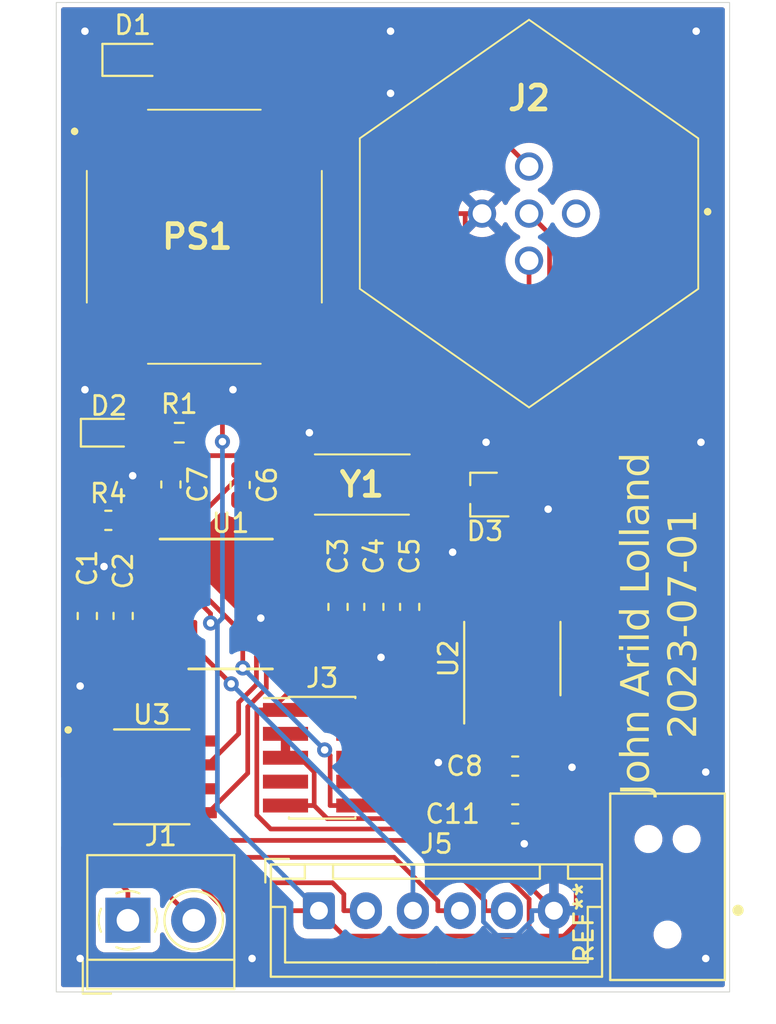
<source format=kicad_pcb>
(kicad_pcb (version 20221018) (generator pcbnew)
  (layers (0 "F.Cu" signal) (31 "B.Cu" signal) (34 "B.Paste" user) (35 "F.Paste" user) (36 "B.SilkS" user "B.Silkscreen") (37 "F.SilkS" user "F.Silkscreen") (38 "B.Mask" user) (39 "F.Mask" user) (44 "Edge.Cuts" user))
  (net 0 "")
  (net 1 "+3V3")
  (net 2 "GNDREF")
  (net 3 "Net-(U1-PF0)")
  (net 4 "Net-(U1-PF1)")
  (net 5 "Net-(D1-K)")
  (net 6 "/POWER_IN")
  (net 7 "Net-(D2-A)")
  (net 8 "Net-(U2-CANL)")
  (net 9 "/SPI_SCK")
  (net 10 "/SPI_MOSI")
  (net 11 "/SPI_MISO")
  (net 12 "/SPI_NSS")
  (net 13 "Net-(U2-CANH)")
  (net 14 "/MCU_IO0")
  (net 15 "Net-(J1-Pin_1)")
  (net 16 "Net-(J1-Pin_2)")
  (net 17 "/SWCLK")
  (net 19 "/SWDIO")
  (net 21 "/~{RESET}")
  (net 23 "/CAN_RXD")
  (net 24 "/CAN_TXD")
  (net 26 "/PA0")
  (net 27 "/PA1")
  (net 28 "/PA2")
  (net 29 "/PA3")
  (net 31 "Net-(U1-PB8)")
  (footprint "Capacitor_SMD:C_0603_1608Metric" (layer "F.Cu") (at 16.891 84.16 90)
    (fp_text reference "C1" (at 2.54 0 90) (layer "F.SilkS"))
    (fp_text value "10nF")
    (pad "1" smd roundrect (at -0.7875 0 90) (size 0.875 0.95) (layers "F.Cu" "F.Paste" "F.Mask") (net 2 "GNDREF"))
    (pad "2" smd roundrect (at 0.7875 0 90) (size 0.875 0.95) (layers "F.Cu" "F.Paste" "F.Mask") (net 1 "+3V3"))
  )
  (footprint "Capacitor_SMD:C_0603_1608Metric" (layer "F.Cu") (at 18.796 84.16 90)
    (fp_text reference "C2" (at 2.3875 0 90) (layer "F.SilkS"))
    (fp_text value "1uF")
    (pad "1" smd roundrect (at -0.7875 0 90) (size 0.875 0.95) (layers "F.Cu" "F.Paste" "F.Mask") (net 2 "GNDREF"))
    (pad "2" smd roundrect (at 0.7875 0 90) (size 0.875 0.95) (layers "F.Cu" "F.Paste" "F.Mask") (net 1 "+3V3"))
  )
  (footprint "Capacitor_SMD:C_0603_1608Metric" (layer "F.Cu") (at 30.226 83.6775 90)
    (fp_text reference "C3" (at 2.6925 0 90) (layer "F.SilkS"))
    (fp_text value "4.7uF")
    (pad "1" smd roundrect (at -0.7875 0 90) (size 0.875 0.95) (layers "F.Cu" "F.Paste" "F.Mask") (net 2 "GNDREF"))
    (pad "2" smd roundrect (at 0.7875 0 90) (size 0.875 0.95) (layers "F.Cu" "F.Paste" "F.Mask") (net 1 "+3V3"))
  )
  (footprint "Capacitor_SMD:C_0603_1608Metric" (layer "F.Cu") (at 32.131 83.6775 90)
    (fp_text reference "C4" (at 2.6925 0 90) (layer "F.SilkS"))
    (fp_text value "100nF")
    (pad "1" smd roundrect (at -0.7875 0 90) (size 0.875 0.95) (layers "F.Cu" "F.Paste" "F.Mask") (net 2 "GNDREF"))
    (pad "2" smd roundrect (at 0.7875 0 90) (size 0.875 0.95) (layers "F.Cu" "F.Paste" "F.Mask") (net 1 "+3V3"))
  )
  (footprint "Capacitor_SMD:C_0603_1608Metric" (layer "F.Cu") (at 34.036 83.6775 90)
    (fp_text reference "C5" (at 2.6925 0 90) (layer "F.SilkS"))
    (fp_text value "10nF")
    (pad "1" smd roundrect (at -0.7875 0 90) (size 0.875 0.95) (layers "F.Cu" "F.Paste" "F.Mask") (net 2 "GNDREF"))
    (pad "2" smd roundrect (at 0.7875 0 90) (size 0.875 0.95) (layers "F.Cu" "F.Paste" "F.Mask") (net 1 "+3V3"))
  )
  (footprint "Capacitor_SMD:C_0603_1608Metric" (layer "F.Cu") (at 25.019 77.2005 -90)
    (fp_text reference "C6" (at 0 -1.43 90) (layer "F.SilkS"))
    (fp_text value "12p")
    (pad "1" smd roundrect (at -0.7875 0 270) (size 0.875 0.95) (layers "F.Cu" "F.Paste" "F.Mask") (net 3 "Net-(U1-PF0)"))
    (pad "2" smd roundrect (at 0.7875 0 270) (size 0.875 0.95) (layers "F.Cu" "F.Paste" "F.Mask") (net 2 "GNDREF"))
  )
  (footprint "Capacitor_SMD:C_0603_1608Metric" (layer "F.Cu") (at 21.336 77.175 -90)
    (fp_text reference "C7" (at 0 -1.43 90) (layer "F.SilkS"))
    (fp_text value "12p")
    (pad "1" smd roundrect (at -0.7875 0 270) (size 0.875 0.95) (layers "F.Cu" "F.Paste" "F.Mask") (net 4 "Net-(U1-PF1)"))
    (pad "2" smd roundrect (at 0.7875 0 270) (size 0.875 0.95) (layers "F.Cu" "F.Paste" "F.Mask") (net 2 "GNDREF"))
  )
  (footprint "Capacitor_SMD:C_0603_1608Metric" (layer "F.Cu") (at 39.6495 92.14 180)
    (fp_text reference "C8" (at 2.6925 0) (layer "F.SilkS"))
    (fp_text value "100nF")
    (pad "1" smd roundrect (at -0.7875 0 180) (size 0.875 0.95) (layers "F.Cu" "F.Paste" "F.Mask") (net 1 "+3V3"))
    (pad "2" smd roundrect (at 0.7875 0 180) (size 0.875 0.95) (layers "F.Cu" "F.Paste" "F.Mask") (net 2 "GNDREF"))
  )
  (footprint "Capacitor_SMD:C_0603_1608Metric" (layer "F.Cu") (at 39.6495 94.68 180)
    (fp_text reference "C11" (at 3.3275 0) (layer "F.SilkS"))
    (fp_text value "1uF")
    (pad "1" smd roundrect (at -0.7875 0 180) (size 0.875 0.95) (layers "F.Cu" "F.Paste" "F.Mask") (net 1 "+3V3"))
    (pad "2" smd roundrect (at 0.7875 0 180) (size 0.875 0.95) (layers "F.Cu" "F.Paste" "F.Mask") (net 2 "GNDREF"))
  )
  (footprint "Package_TO_SOT_SMD:SOT-323_SC-70" (layer "F.Cu") (at 37.989 77.709 180)
    (fp_text reference "D3" (at -0.05 -1.95) (layer "F.SilkS"))
    (fp_text value "ESDCAN03-2BWY " hide)
    (pad "1" smd rect (at -1 -0.65 90) (size 0.45 0.7) (layers "F.Cu" "F.Paste" "F.Mask") (net 8 "Net-(U2-CANL)"))
    (pad "2" smd rect (at -1 0.65 90) (size 0.45 0.7) (layers "F.Cu" "F.Paste" "F.Mask") (net 13 "Net-(U2-CANH)"))
    (pad "3" smd rect (at 1 0 90) (size 0.45 0.7) (layers "F.Cu" "F.Paste" "F.Mask") (net 2 "GNDREF"))
  )
  (footprint "Resistor_SMD:R_0603_1608Metric" (layer "F.Cu") (at 18.0085 79.08)
    (fp_text reference "R4" (at 0 -1.43) (layer "F.SilkS"))
    (fp_text value "10k")
    (pad "1" smd roundrect (at -0.7875 0) (size 0.875 0.95) (layers "F.Cu" "F.Paste" "F.Mask") (net 2 "GNDREF"))
    (pad "2" smd roundrect (at 0.7875 0) (size 0.875 0.95) (layers "F.Cu" "F.Paste" "F.Mask") (net 31 "Net-(U1-PB8)"))
  )
  (footprint "Package_SO:TSSOP-20_4.4x6.5mm_P0.65mm" (layer "F.Cu") (at 24.511 83.525)
    (fp_text reference "U1" (at 0 -4.3) (layer "F.SilkS"))
    (fp_text value "STM32F042F6Px")
    (pad "1" smd rect (at -2.95 -2.925) (size 1.45 0.45) (layers "F.Cu" "F.Paste" "F.Mask") (net 31 "Net-(U1-PB8)"))
    (pad "2" smd rect (at -2.95 -2.275) (size 1.45 0.45) (layers "F.Cu" "F.Paste" "F.Mask") (net 3 "Net-(U1-PF0)"))
    (pad "3" smd rect (at -2.95 -1.625) (size 1.45 0.45) (layers "F.Cu" "F.Paste" "F.Mask") (net 4 "Net-(U1-PF1)"))
    (pad "4" smd rect (at -2.95 -0.975) (size 1.45 0.45) (layers "F.Cu" "F.Paste" "F.Mask") (net 21 "/~{RESET}"))
    (pad "5" smd rect (at -2.95 -0.325) (size 1.45 0.45) (layers "F.Cu" "F.Paste" "F.Mask") (net 1 "+3V3"))
    (pad "6" smd rect (at -2.95 0.325) (size 1.45 0.45) (layers "F.Cu" "F.Paste" "F.Mask") (net 26 "/PA0"))
    (pad "7" smd rect (at -2.95 0.975) (size 1.45 0.45) (layers "F.Cu" "F.Paste" "F.Mask") (net 27 "/PA1"))
    (pad "8" smd rect (at -2.95 1.625) (size 1.45 0.45) (layers "F.Cu" "F.Paste" "F.Mask") (net 28 "/PA2"))
    (pad "9" smd rect (at -2.95 2.275) (size 1.45 0.45) (layers "F.Cu" "F.Paste" "F.Mask") (net 29 "/PA3"))
    (pad "10" smd rect (at -2.95 2.925) (size 1.45 0.45) (layers "F.Cu" "F.Paste" "F.Mask") (net 12 "/SPI_NSS"))
    (pad "11" smd rect (at 2.95 2.925) (size 1.45 0.45) (layers "F.Cu" "F.Paste" "F.Mask") (net 9 "/SPI_SCK"))
    (pad "12" smd rect (at 2.95 2.275) (size 1.45 0.45) (layers "F.Cu" "F.Paste" "F.Mask") (net 11 "/SPI_MISO"))
    (pad "13" smd rect (at 2.95 1.625) (size 1.45 0.45) (layers "F.Cu" "F.Paste" "F.Mask") (net 10 "/SPI_MOSI"))
    (pad "14" smd rect (at 2.95 0.975) (size 1.45 0.45) (layers "F.Cu" "F.Paste" "F.Mask") (net 14 "/MCU_IO0"))
    (pad "15" smd rect (at 2.95 0.325) (size 1.45 0.45) (layers "F.Cu" "F.Paste" "F.Mask") (net 2 "GNDREF"))
    (pad "16" smd rect (at 2.95 -0.325) (size 1.45 0.45) (layers "F.Cu" "F.Paste" "F.Mask") (net 1 "+3V3"))
    (pad "17" smd rect (at 2.95 -0.975) (size 1.45 0.45) (layers "F.Cu" "F.Paste" "F.Mask") (net 23 "/CAN_RXD"))
    (pad "18" smd rect (at 2.95 -1.625) (size 1.45 0.45) (layers "F.Cu" "F.Paste" "F.Mask") (net 24 "/CAN_TXD"))
    (pad "19" smd rect (at 2.95 -2.275) (size 1.45 0.45) (layers "F.Cu" "F.Paste" "F.Mask") (net 19 "/SWDIO"))
    (pad "20" smd rect (at 2.95 -2.925) (size 1.45 0.45) (layers "F.Cu" "F.Paste" "F.Mask") (net 17 "/SWCLK"))
  )
  (footprint "Package_SO:SOIC-8_3.9x4.9mm_P1.27mm" (layer "F.Cu") (at 39.497 86.425 90)
    (fp_text reference "U2" (at 0 -3.4 90) (layer "F.SilkS"))
    (fp_text value "TCAN332")
    (pad "1" smd roundrect (at -2.475 -1.905 90) (size 1.95 0.6) (layers "F.Cu" "F.Paste" "F.Mask") (net 24 "/CAN_TXD"))
    (pad "2" smd roundrect (at -2.475 -0.635 90) (size 1.95 0.6) (layers "F.Cu" "F.Paste" "F.Mask") (net 2 "GNDREF"))
    (pad "3" smd roundrect (at -2.475 0.635 90) (size 1.95 0.6) (layers "F.Cu" "F.Paste" "F.Mask") (net 1 "+3V3"))
    (pad "4" smd roundrect (at -2.475 1.905 90) (size 1.95 0.6) (layers "F.Cu" "F.Paste" "F.Mask") (net 23 "/CAN_RXD"))
    (pad "5" smd roundrect (at 2.475 1.905 90) (size 1.95 0.6) (layers "F.Cu" "F.Paste" "F.Mask"))
    (pad "6" smd roundrect (at 2.475 0.635 90) (size 1.95 0.6) (layers "F.Cu" "F.Paste" "F.Mask") (net 8 "Net-(U2-CANL)"))
    (pad "7" smd roundrect (at 2.475 -0.635 90) (size 1.95 0.6) (layers "F.Cu" "F.Paste" "F.Mask") (net 13 "Net-(U2-CANH)"))
    (pad "8" smd roundrect (at 2.475 -1.905 90) (size 1.95 0.6) (layers "F.Cu" "F.Paste" "F.Mask"))
  )
  (footprint "SamacSys_Parts:7A8000MAAET" (layer "F.Cu") (at 31.496 77.175 180)
    (fp_text reference "Y1" (at 0 0) (layer "F.SilkS") (effects (font (size 1.27 1.27) (thickness 0.254))))
    (fp_text value "Crystal" hide)
    (pad "1" smd rect (at -1.85 0 180) (size 1.7 2.4) (layers "F.Cu" "F.Paste" "F.Mask") (net 3 "Net-(U1-PF0)"))
    (pad "2" smd rect (at 1.85 0 180) (size 1.7 2.4) (layers "F.Cu" "F.Paste" "F.Mask") (net 4 "Net-(U1-PF1)"))
  )
  (footprint "Diode_SMD:D_SOD-323" (layer "F.Cu") (at 19.304 54.61)
    (fp_text reference "D1" (at 0 -1.85) (layer "F.SilkS"))
    (fp_text value "PMEG6010CEJ")
    (pad "1" smd roundrect (at -1.05 0) (size 0.6 0.45) (layers "F.Cu" "F.Paste" "F.Mask") (net 5 "Net-(D1-K)"))
    (pad "2" smd roundrect (at 1.05 0) (size 0.6 0.45) (layers "F.Cu" "F.Paste" "F.Mask") (net 6 "/POWER_IN"))
  )
  (footprint "Connector_JST:JST_XH_B6B-XH-A_1x06_P2.50mm_Vertical" (layer "F.Cu") (at 29.21 99.822)
    (fp_text reference "J5" (at 6.25 -3.55) (layer "F.SilkS"))
    (fp_text value "Conn_01x06")
    (pad "1" thru_hole roundrect (at 0 0) (size 1.7 1.95) (drill 0.95) (layers "*.Cu" "*.Mask") (roundrect_rratio 0.147059) (net 1 "+3V3"))
    (pad "2" thru_hole oval (at 2.5 0) (size 1.7 1.95) (drill 0.95) (layers "*.Cu" "*.Mask") (net 26 "/PA0"))
    (pad "3" thru_hole oval (at 5 0) (size 1.7 1.95) (drill 0.95) (layers "*.Cu" "*.Mask") (net 27 "/PA1"))
    (pad "4" thru_hole oval (at 7.5 0) (size 1.7 1.95) (drill 0.95) (layers "*.Cu" "*.Mask") (net 28 "/PA2"))
    (pad "5" thru_hole oval (at 10 0) (size 1.7 1.95) (drill 0.95) (layers "*.Cu" "*.Mask") (net 29 "/PA3"))
    (pad "6" thru_hole oval (at 12.5 0) (size 1.7 1.95) (drill 0.95) (layers "*.Cu" "*.Mask") (net 2 "GNDREF"))
  )
  (footprint "Resistor_SMD:R_0603_1608Metric" (layer "F.Cu") (at 21.781 74.422 180)
    (fp_text reference "R1" (at 0 1.524) (layer "F.SilkS"))
    (fp_text value "470R")
    (pad "1" smd roundrect (at -0.825 0 180) (size 0.8 0.95) (layers "F.Cu" "F.Paste" "F.Mask") (net 7 "Net-(D2-A)"))
    (pad "2" smd roundrect (at 0.825 0 180) (size 0.8 0.95) (layers "F.Cu" "F.Paste" "F.Mask") (net 1 "+3V3"))
  )
  (footprint "Diode_SMD:D_0603_1608Metric" (layer "F.Cu") (at 18.034 74.422)
    (fp_text reference "D2" (at 0 -1.43) (layer "F.SilkS"))
    (fp_text value "LED")
    (pad "1" smd roundrect (at -0.7875 0) (size 0.875 0.95) (layers "F.Cu" "F.Paste" "F.Mask") (net 2 "GNDREF"))
    (pad "2" smd roundrect (at 0.7875 0) (size 0.875 0.95) (layers "F.Cu" "F.Paste" "F.Mask") (net 7 "Net-(D2-A)"))
  )
  (footprint "TerminalBlock_4Ucon:TerminalBlock_4Ucon_1x02_P3.50mm_Horizontal" (layer "F.Cu") (at 19.05 100.33)
    (fp_text reference "J1" (at 1.75 -4.46) (layer "F.SilkS"))
    (fp_text value "Screw_Terminal_01x02")
    (pad "1" thru_hole rect (at 0 0) (size 2.4 2.4) (drill 1.2) (layers "*.Cu" "*.Mask") (net 15 "Net-(J1-Pin_1)"))
    (pad "2" thru_hole circle (at 3.5 0) (size 2.4 2.4) (drill 1.2) (layers "*.Cu" "*.Mask") (net 16 "Net-(J1-Pin_2)"))
  )
  (footprint "MAX6675ISA_:SOIC127P600X175-8N" (layer "F.Cu") (at 20.32 92.71)
    (fp_text reference "U3" (at 0 -3.302) (layer "F.SilkS"))
    (fp_text value "MAX6675ISA+")
    (pad "1" smd roundrect (at -2.475 -1.905) (size 1.97 0.59) (layers "F.Cu" "F.Paste" "F.Mask") (roundrect_rratio 0.07) (net 2 "GNDREF"))
    (pad "2" smd roundrect (at -2.475 -0.635) (size 1.97 0.59) (layers "F.Cu" "F.Paste" "F.Mask") (roundrect_rratio 0.07) (net 15 "Net-(J1-Pin_1)"))
    (pad "3" smd roundrect (at -2.475 0.635) (size 1.97 0.59) (layers "F.Cu" "F.Paste" "F.Mask") (roundrect_rratio 0.07) (net 16 "Net-(J1-Pin_2)"))
    (pad "4" smd roundrect (at -2.475 1.905) (size 1.97 0.59) (layers "F.Cu" "F.Paste" "F.Mask") (roundrect_rratio 0.07) (net 1 "+3V3"))
    (pad "5" smd roundrect (at 2.475 1.905) (size 1.97 0.59) (layers "F.Cu" "F.Paste" "F.Mask") (roundrect_rratio 0.07) (net 9 "/SPI_SCK"))
    (pad "6" smd roundrect (at 2.475 0.635) (size 1.97 0.59) (layers "F.Cu" "F.Paste" "F.Mask") (roundrect_rratio 0.07) (net 12 "/SPI_NSS"))
    (pad "7" smd roundrect (at 2.475 -0.635) (size 1.97 0.59) (layers "F.Cu" "F.Paste" "F.Mask") (roundrect_rratio 0.07) (net 11 "/SPI_MISO"))
    (pad "8" smd roundrect (at 2.475 -1.905) (size 1.97 0.59) (layers "F.Cu" "F.Paste" "F.Mask") (roundrect_rratio 0.07))
  )
  (footprint "KiCad:ROF78E3305SMDR" (layer "F.Cu") (at 23.114 64.008)
    (fp_text reference "PS1" (at -0.375 0) (layer "F.SilkS") (effects (font (size 1.27 1.27) (thickness 0.254))))
    (fp_text value "ROF-78E3.3-0.5SMD-R" hide)
    (pad "1" smd rect (at -5 -5.5 90) (size 2.5 2.5) (layers "F.Cu" "F.Paste" "F.Mask") (net 5 "Net-(D1-K)"))
    (pad "2" smd rect (at 5 -5.5 90) (size 2.5 2.5) (layers "F.Cu" "F.Paste" "F.Mask") (net 2 "GNDREF"))
    (pad "3" smd rect (at 5 5.5 90) (size 2.5 2.5) (layers "F.Cu" "F.Paste" "F.Mask") (net 1 "+3V3"))
    (pad "4" smd rect (at -5 5.5 90) (size 2.5 2.5) (layers "F.Cu" "F.Paste" "F.Mask"))
  )
  (footprint "Connector_PinHeader_1.27mm:PinHeader_2x05_P1.27mm_Vertical_SMD" (layer "F.Cu") (at 29.382 91.694)
    (fp_text reference "J3" (at 0 -4.235) (layer "F.SilkS"))
    (fp_text value "Conn_02x05_Odd_Even")
    (pad "1" smd rect (at -1.95 -2.54) (size 2.4 0.74) (layers "F.Cu" "F.Paste" "F.Mask") (net 1 "+3V3"))
    (pad "2" smd rect (at 1.95 -2.54) (size 2.4 0.74) (layers "F.Cu" "F.Paste" "F.Mask") (net 19 "/SWDIO"))
    (pad "3" smd rect (at -1.95 -1.27) (size 2.4 0.74) (layers "F.Cu" "F.Paste" "F.Mask") (net 2 "GNDREF"))
    (pad "4" smd rect (at 1.95 -1.27) (size 2.4 0.74) (layers "F.Cu" "F.Paste" "F.Mask") (net 17 "/SWCLK"))
    (pad "5" smd rect (at -1.95 0) (size 2.4 0.74) (layers "F.Cu" "F.Paste" "F.Mask") (net 2 "GNDREF"))
    (pad "6" smd rect (at 1.95 0) (size 2.4 0.74) (layers "F.Cu" "F.Paste" "F.Mask"))
    (pad "7" smd rect (at -1.95 1.27) (size 2.4 0.74) (layers "F.Cu" "F.Paste" "F.Mask"))
    (pad "8" smd rect (at 1.95 1.27) (size 2.4 0.74) (layers "F.Cu" "F.Paste" "F.Mask"))
    (pad "9" smd rect (at -1.95 2.54) (size 2.4 0.74) (layers "F.Cu" "F.Paste" "F.Mask") (net 2 "GNDREF"))
    (pad "10" smd rect (at 1.95 2.54) (size 2.4 0.74) (layers "F.Cu" "F.Paste" "F.Mask") (net 21 "/~{RESET}"))
  )
  (footprint "TC2030-IDC-NL:TAG_TC2030-IDC-NL" (layer "F.Cu") (at 47.752 98.552 90)
    (fp_text reference "REF**" (at -1.908485 -4.453145 90) (layer "F.SilkS") (effects (font (size 1.001835 1.001835))))
    (fp_text value "TAG_TC2030-IDC-NL")
    (pad "" np_thru_hole circle (at -2.54 0 90) (size 0.991 0.991) (drill 0.991) (layers "*.Cu" "*.Mask"))
    (pad "" np_thru_hole circle (at 2.54 -1.016 90) (size 0.991 0.991) (drill 0.991) (layers "*.Cu" "*.Mask"))
    (pad "" np_thru_hole circle (at 2.54 1.016 90) (size 0.991 0.991) (drill 0.991) (layers "*.Cu" "*.Mask"))
    (pad "1" smd circle (at -1.27 0.635 90) (size 0.787 0.787) (layers "F.Cu" "F.Mask"))
    (pad "2" smd circle (at -1.27 -0.635 90) (size 0.787 0.787) (layers "F.Cu" "F.Mask"))
    (pad "3" smd circle (at 0 0.635 90) (size 0.787 0.787) (layers "F.Cu" "F.Mask"))
    (pad "4" smd circle (at 0 -0.635 90) (size 0.787 0.787) (layers "F.Cu" "F.Mask"))
    (pad "5" smd circle (at 1.27 0.635 90) (size 0.787 0.787) (layers "F.Cu" "F.Mask"))
    (pad "6" smd circle (at 1.27 -0.635 90) (size 0.787 0.787) (layers "F.Cu" "F.Mask"))
    (zone (net 0) (net_name "") (layer "F.Cu") (connect_pads (clearance 0)) (min_thickness 0.01)
      (keepout (tracks not_allowed) (vias not_allowed) (pads not_allowed) (copperpour not_allowed) (footprints allowed))
      (fill (thermal_gap 0.508) (thermal_bridge_width 0.508))
      (polygon (pts (xy 47.117 99.82358) (xy 47.117 97.282) (xy 48.38779 97.282) (xy 48.38779 99.82358)))
    )
  )
  (footprint "HMC-05PMMP-SF8001:HMC05PMMPSF8001" (layer "F.Cu") (at 42.886 62.778)
    (fp_text reference "J2" (at -2.5 -6.136) (layer "F.SilkS") (effects (font (size 1.27 1.27) (thickness 0.254))))
    (fp_text value "HMC-05PMMP-SF8001" hide)
    (pad "1" thru_hole circle (at 0 0) (size 1.5 1.5) (drill 1) (layers "*.Cu" "*.Mask"))
    (pad "2" thru_hole circle (at -2.5 -2.5) (size 1.5 1.5) (drill 1) (layers "*.Cu" "*.Mask") (net 6 "/POWER_IN"))
    (pad "3" thru_hole circle (at -5 0) (size 1.5 1.5) (drill 1) (layers "*.Cu" "*.Mask") (net 2 "GNDREF"))
    (pad "4" thru_hole circle (at -2.5 2.5) (size 1.5 1.5) (drill 1) (layers "*.Cu" "*.Mask") (net 13 "Net-(U2-CANH)"))
    (pad "5" thru_hole circle (at -2.5 0) (size 1.5 1.5) (drill 1) (layers "*.Cu" "*.Mask") (net 8 "Net-(U2-CANL)"))
  )
  (gr_rect (start 15.24 51.562) (end 51.054 104.14) (stroke (width 0.05)) (fill none) (layer "Edge.Cuts"))
  (gr_text "John Arild Lolland\n2023-07-01" (at 49.53 84.582 90) (layer "F.SilkS") (effects (font (size 1.5 1.5)) (justify bottom)))
  (segment (start 18.796 83.3725) (end 16.891 83.3725) (width 0.25) (layer "F.Cu") (net 1))
  (segment (start 42.2297 101.1722) (end 40.3897 101.1722) (width 0.25) (layer "F.Cu") (net 1))
  (segment (start 21.7788 73.5992) (end 20.956 74.422) (width 0.25) (layer "F.Cu") (net 1))
  (segment (start 29.21 99.822) (end 24.2553 99.822) (width 0.25) (layer "F.Cu") (net 1))
  (segment (start 23.444 84.0327) (end 22.6113 83.2) (width 0.25) (layer "F.Cu") (net 1))
  (segment (start 40.437 92.14) (end 40.132 91.835) (width 0.25) (layer "F.Cu") (net 1))
  (segment (start 38.4632 87.5971) (end 38.227 87.8333) (width 0.25) (layer "F.Cu") (net 1))
  (segment (start 37.2177 90.2226) (end 34.8473 87.8522) (width 0.25) (layer "F.Cu") (net 1))
  (segment (start 28.114 69.508) (end 28.114 71.0833) (width 0.25) (layer "F.Cu") (net 1))
  (segment (start 26.6694 89.154) (end 28.5113 87.3121) (width 0.25) (layer "F.Cu") (net 1))
  (segment (start 24.0228 73.5992) (end 21.7788 73.5992) (width 0.25) (layer "F.Cu") (net 1))
  (segment (start 39.2072 87.5971) (end 38.4632 87.5971) (width 0.25) (layer "F.Cu") (net 1))
  (segment (start 24.2553 99.822) (end 19.0483 94.615) (width 0.25) (layer "F.Cu") (net 1))
  (segment (start 24.0771 73.6535) (end 24.0771 74.898) (width 0.25) (layer "F.Cu") (net 1))
  (segment (start 42.8952 100.5067) (end 42.2297 101.1722) (width 0.25) (layer "F.Cu") (net 1))
  (segment (start 25.9067 94.7429) (end 26.645 95.4812) (width 0.25) (layer "F.Cu") (net 1))
  (segment (start 21.561 83.2) (end 22.6113 83.2) (width 0.25) (layer "F.Cu") (net 1))
  (segment (start 28.5113 87.3121) (end 28.5113 83.2) (width 0.25) (layer "F.Cu") (net 1))
  (segment (start 25.5438 73.6535) (end 28.114 71.0833) (width 0.25) (layer "F.Cu") (net 1))
  (segment (start 40.437 94.68) (end 42.8952 97.1382) (width 0.25) (layer "F.Cu") (net 1))
  (segment (start 21.0359 83.2) (end 20.5107 83.2) (width 0.25) (layer "F.Cu") (net 1))
  (segment (start 25.9067 89.154) (end 25.9067 94.7429) (width 0.25) (layer "F.Cu") (net 1))
  (segment (start 40.132 88.9) (end 40.132 88.5219) (width 0.25) (layer "F.Cu") (net 1))
  (segment (start 34.036 82.89) (end 32.131 82.89) (width 0.25) (layer "F.Cu") (net 1))
  (segment (start 40.132 88.5219) (end 39.2072 87.5971) (width 0.25) (layer "F.Cu") (net 1))
  (segment (start 24.0771 73.6535) (end 24.0228 73.5992) (width 0.25) (layer "F.Cu") (net 1))
  (segment (start 32.131 82.89) (end 30.226 82.89) (width 0.25) (layer "F.Cu") (net 1))
  (segment (start 36.6659 95.4812) (end 40.3897 99.205) (width 0.25) (layer "F.Cu") (net 1))
  (segment (start 40.3897 101.1722) (end 30.5602 101.1722) (width 0.25) (layer "F.Cu") (net 1))
  (segment (start 19.0483 94.615) (end 17.845 94.615) (width 0.25) (layer "F.Cu") (net 1))
  (segment (start 21.0359 83.2) (end 21.561 83.2) (width 0.25) (layer "F.Cu") (net 1))
  (segment (start 27.432 89.154) (end 26.6694 89.154) (width 0.25) (layer "F.Cu") (net 1))
  (segment (start 26.645 95.4812) (end 36.6659 95.4812) (width 0.25) (layer "F.Cu") (net 1))
  (segment (start 34.8473 87.8522) (end 34.8473 83.7013) (width 0.25) (layer "F.Cu") (net 1))
  (segment (start 20.5107 83.2) (end 18.9685 83.2) (width 0.25) (layer "F.Cu") (net 1))
  (segment (start 40.132 91.835) (end 40.132 88.9) (width 0.25) (layer "F.Cu") (net 1))
  (segment (start 23.444 84.5358) (end 23.444 84.0327) (width 0.25) (layer "F.Cu") (net 1))
  (segment (start 30.5602 101.1722) (end 29.21 99.822) (width 0.25) (layer "F.Cu") (net 1))
  (segment (start 40.3897 99.205) (end 40.3897 101.1722) (width 0.25) (layer "F.Cu") (net 1))
  (segment (start 26.6694 89.154) (end 25.9067 89.154) (width 0.25) (layer "F.Cu") (net 1))
  (segment (start 42.8952 97.1382) (end 42.8952 100.5067) (width 0.25) (layer "F.Cu") (net 1))
  (segment (start 38.227 89.9684) (end 37.9728 90.2226) (width 0.25) (layer "F.Cu") (net 1))
  (segment (start 34.8473 83.7013) (end 34.036 82.89) (width 0.25) (layer "F.Cu") (net 1))
  (segment (start 38.227 87.8333) (end 38.227 89.9684) (width 0.25) (layer "F.Cu") (net 1))
  (segment (start 27.461 83.2) (end 28.5113 83.2) (width 0.25) (layer "F.Cu") (net 1))
  (segment (start 40.437 92.14) (end 40.437 94.68) (width 0.25) (layer "F.Cu") (net 1))
  (segment (start 24.0771 73.6535) (end 25.5438 73.6535) (width 0.25) (layer "F.Cu") (net 1))
  (segment (start 18.9685 83.2) (end 18.796 83.3725) (width 0.25) (layer "F.Cu") (net 1))
  (segment (start 37.9728 90.2226) (end 37.2177 90.2226) (width 0.25) (layer "F.Cu") (net 1))
  (via (at 23.444 84.5358) (size 0.8) (drill 0.4) (layers "F.Cu" "B.Cu") (net 1))
  (via (at 24.0771 74.898) (size 0.8) (drill 0.4) (layers "F.Cu" "B.Cu") (net 1))
  (segment (start 29.21 99.822) (end 23.8091 94.4211) (width 0.25) (layer "B.Cu") (net 1))
  (segment (start 24.0771 84.2678) (end 24.0771 74.898) (width 0.25) (layer "B.Cu") (net 1))
  (segment (start 23.8091 84.5358) (end 24.0771 84.2678) (width 0.25) (layer "B.Cu") (net 1))
  (segment (start 23.8091 94.4211) (end 23.8091 84.5358) (width 0.25) (layer "B.Cu") (net 1))
  (segment (start 23.8091 84.5358) (end 23.444 84.5358) (width 0.25) (layer "B.Cu") (net 1))
  (segment (start 25.019 77.988) (end 25.019 83.176) (width 0.25) (layer "F.Cu") (net 2))
  (segment (start 38.862 96.974) (end 38.862 94.68) (width 0.25) (layer "F.Cu") (net 2))
  (segment (start 34.036 93.5632) (end 32.6699 94.9293) (width 0.25) (layer "F.Cu") (net 2))
  (segment (start 27.461 83.85) (end 26.4107 83.85) (width 0.25) (layer "F.Cu") (net 2))
  (segment (start 36.989 62.778) (end 28.9129 62.778) (width 0.25) (layer "F.Cu") (net 2))
  (segment (start 34.036 90.6947) (end 38.862 90.6947) (width 0.25) (layer "F.Cu") (net 2))
  (segment (start 38.862 90.6947) (end 38.862 88.9) (width 0.25) (layer "F.Cu") (net 2))
  (segment (start 38.862 92.14) (end 38.862 94.68) (width 0.25) (layer "F.Cu") (net 2))
  (segment (start 36.989 77.709) (end 36.989 77.1587) (width 0.25) (layer "F.Cu") (net 2))
  (segment (start 27.432 91.694) (end 27.432 90.424) (width 0.25) (layer "F.Cu") (net 2))
  (segment (start 41.71 99.822) (end 38.862 96.974) (width 0.25) (layer "F.Cu") (net 2))
  (segment (start 17.6179 85.6743) (end 18.3447 84.9475) (width 0.25) (layer "F.Cu") (net 2))
  (segment (start 34.036 84.465) (end 34.036 90.6947) (width 0.25) (layer "F.Cu") (net 2))
  (segment (start 29.6526 94.9293) (end 28.9573 94.234) (width 0.25) (layer "F.Cu") (net 2))
  (segment (start 16.0797 80.2213) (end 16.0797 84.1362) (width 0.25) (layer "F.Cu") (net 2))
  (segment (start 26.4107 83.9823) (end 26.4107 83.85) (width 0.25) (layer "F.Cu") (net 2))
  (segment (start 32.6699 94.9293) (end 29.6526 94.9293) (width 0.25) (layer "F.Cu") (net 2))
  (segment (start 17.221 79.08) (end 17.221 77.8292) (width 0.25) (layer "F.Cu") (net 2))
  (segment (start 32.131 84.465) (end 30.226 84.465) (width 0.25) (layer "F.Cu") (net 2))
  (segment (start 27.432 94.234) (end 28.8447 94.234) (width 0.25) (layer "F.Cu") (net 2))
  (segment (start 21.1772 77.8037) (end 21.336 77.9625) (width 0.25) (layer "F.Cu") (net 2))
  (segment (start 17.2465 74.422) (end 17.2465 77.8037) (width 0.25) (layer "F.Cu") (net 2))
  (segment (start 34.036 84.465) (end 32.131 84.465) (width 0.25) (layer "F.Cu") (net 2))
  (segment (start 28.9129 62.778) (end 28.9017 62.7668) (width 0.25) (layer "F.Cu") (net 2))
  (segment (start 28.114 58.508) (end 28.9017 58.508) (width 0.25) (layer "F.Cu") (net 2))
  (segment (start 17.221 79.08) (end 16.0797 80.2213) (width 0.25) (layer "F.Cu") (net 2))
  (segment (start 28.9573 92.4507) (end 28.2006 91.694) (width 0.25) (layer "F.Cu") (net 2))
  (segment (start 38.862 92.14) (end 38.862 90.6947) (width 0.25) (layer "F.Cu") (net 2))
  (segment (start 28.9017 58.508) (end 28.9017 62.7668) (width 0.25) (layer "F.Cu") (net 2))
  (segment (start 17.6178 90.5778) (end 17.6178 85.6744) (width 0.25) (layer "F.Cu") (net 2))
  (segment (start 36.989 62.778) (end 36.989 77.1587) (width 0.25) (layer "F.Cu") (net 2))
  (segment (start 18.3447 84.9475) (end 18.796 84.9475) (width 0.25) (layer "F.Cu") (net 2))
  (segment (start 25.019 83.176) (end 26.118 84.275) (width 0.25) (layer "F.Cu") (net 2))
  (segment (start 16.891 84.9475) (end 17.6179 85.6743) (width 0.25) (layer "F.Cu") (net 2))
  (segment (start 37.886 62.778) (end 36.989 62.778) (width 0.25) (layer "F.Cu") (net 2))
  (segment (start 26.118 84.275) (end 26.4107 83.9823) (width 0.25) (layer "F.Cu") (net 2))
  (segment (start 28.2006 91.694) (end 27.432 91.694) (width 0.25) (layer "F.Cu") (net 2))
  (segment (start 17.2465 77.8037) (end 21.1772 77.8037) (width 0.25) (layer "F.Cu") (net 2))
  (segment (start 28.8447 94.234) (end 28.9573 94.234) (width 0.25) (layer "F.Cu") (net 2))
  (segment (start 28.9573 94.234) (end 28.9573 92.4507) (width 0.25) (layer "F.Cu") (net 2))
  (segment (start 17.221 77.8292) (end 17.2465 77.8037) (width 0.25) (layer "F.Cu") (net 2))
  (segment (start 16.0797 84.1362) (end 16.891 84.9475) (width 0.25) (layer "F.Cu") (net 2))
  (segment (start 17.845 90.805) (end 17.6178 90.5778) (width 0.25) (layer "F.Cu") (net 2))
  (segment (start 28.9017 62.7668) (end 17.2465 74.422) (width 0.25) (layer "F.Cu") (net 2))
  (segment (start 17.6178 85.6744) (end 17.6179 85.6743) (width 0.25) (layer "F.Cu") (net 2))
  (segment (start 34.036 90.6947) (end 34.036 93.5632) (width 0.25) (layer "F.Cu") (net 2))
  (via (at 49.784 102.362) (size 0.8) (drill 0.4) (layers "F.Cu" "B.Cu") (net 2))
  (via (at 49.53 74.93) (size 0.8) (drill 0.4) (layers "F.Cu" "B.Cu") (net 2))
  (via (at 49.276 53.086) (size 0.8) (drill 0.4) (layers "F.Cu" "B.Cu") (net 2))
  (via (at 24.638 72.136) (size 0.8) (drill 0.4) (layers "F.Cu" "B.Cu") (net 2))
  (via (at 16.51 87.884) (size 0.8) (drill 0.4) (layers "F.Cu" "B.Cu") (net 2))
  (via (at 19.304 76.708) (size 0.8) (drill 0.4) (layers "F.Cu" "B.Cu") (net 2))
  (via (at 25.654 102.362) (size 0.8) (drill 0.4) (layers "F.Cu" "B.Cu") (net 2))
  (via (at 17.78 81.534) (size 0.8) (drill 0.4) (layers "F.Cu" "B.Cu") (net 2))
  (via (at 16.764 53.086) (size 0.8) (drill 0.4) (layers "F.Cu" "B.Cu") (net 2))
  (via (at 40.132 96.266) (size 0.8) (drill 0.4) (layers "F.Cu" "B.Cu") (net 2))
  (via (at 16.51 102.362) (size 0.8) (drill 0.4) (layers "F.Cu" "B.Cu") (net 2))
  (via (at 38.1 74.93) (size 0.8) (drill 0.4) (layers "F.Cu" "B.Cu") (net 2))
  (via (at 33.02 53.086) (size 0.8) (drill 0.4) (layers "F.Cu" "B.Cu") (net 2))
  (via (at 49.784 92.456) (size 0.8) (drill 0.4) (layers "F.Cu" "B.Cu") (net 2))
  (via (at 33.02 56.388) (size 0.8) (drill 0.4) (layers "F.Cu" "B.Cu") (net 2))
  (via (at 26.118 84.275) (size 0.8) (drill 0.4) (layers "F.Cu" "B.Cu") (net 2))
  (via (at 16.764 72.136) (size 0.8) (drill 0.4) (layers "F.Cu" "B.Cu") (net 2))
  (via (at 28.702 74.422) (size 0.8) (drill 0.4) (layers "F.Cu" "B.Cu") (net 2))
  (via (at 32.512 86.36) (size 0.8) (drill 0.4) (layers "F.Cu" "B.Cu") (net 2))
  (via (at 42.672 92.202) (size 0.8) (drill 0.4) (layers "F.Cu" "B.Cu") (net 2))
  (via (at 41.402 78.486) (size 0.8) (drill 0.4) (layers "F.Cu" "B.Cu") (net 2))
  (via (at 35.56 91.948) (size 0.8) (drill 0.4) (layers "F.Cu" "B.Cu") (net 2))
  (via (at 36.322 80.772) (size 0.8) (drill 0.4) (layers "F.Cu" "B.Cu") (net 2))
  (segment (start 38.6778 101.1288) (end 37.96 100.411) (width 0.25) (layer "B.Cu") (net 2))
  (segment (start 26.3896 82.9562) (end 25.3752 81.9418) (width 0.25) (layer "B.Cu") (net 2))
  (segment (start 41.71 99.822) (end 40.5347 99.822) (width 0.25) (layer "B.Cu") (net 2))
  (segment (start 39.7421 101.1288) (end 38.6778 101.1288) (width 0.25) (layer "B.Cu") (net 2))
  (segment (start 40.5347 100.3362) (end 39.7421 101.1288) (width 0.25) (layer "B.Cu") (net 2))
  (segment (start 40.5347 99.822) (end 40.5347 100.3362) (width 0.25) (layer "B.Cu") (net 2))
  (segment (start 37.96 96.117) (end 26.118 84.275) (width 0.25) (layer "B.Cu") (net 2))
  (segment (start 26.3896 84.0034) (end 26.3896 82.9562) (width 0.25) (layer "B.Cu") (net 2))
  (segment (start 37.96 100.411) (end 37.96 96.117) (width 0.25) (layer "B.Cu") (net 2))
  (segment (start 25.3752 75.2888) (end 37.886 62.778) (width 0.25) (layer "B.Cu") (net 2))
  (segment (start 25.3752 81.9418) (end 25.3752 75.2888) (width 0.25) (layer "B.Cu") (net 2))
  (segment (start 26.118 84.275) (end 26.3896 84.0034) (width 0.25) (layer "B.Cu") (net 2))
  (segment (start 32.1707 77.175) (end 30.6453 78.7004) (width 0.25) (layer "F.Cu") (net 3))
  (segment (start 22.6113 79.1148) (end 22.6113 81.25) (width 0.25) (layer "F.Cu") (net 3))
  (segment (start 21.561 81.25) (end 22.6113 81.25) (width 0.25) (layer "F.Cu") (net 3))
  (segment (start 25.1661 76.56) (end 22.6113 79.1148) (width 0.25) (layer "F.Cu") (net 3))
  (segment (start 33.346 77.175) (end 32.1707 77.175) (width 0.25) (layer "F.Cu") (net 3))
  (segment (start 27.3064 78.7004) (end 25.1661 76.56) (width 0.25) (layer "F.Cu") (net 3))
  (segment (start 30.6453 78.7004) (end 27.3064 78.7004) (width 0.25) (layer "F.Cu") (net 3))
  (segment (start 25.1661 76.56) (end 25.019 76.413) (width 0.25) (layer "F.Cu") (net 3))
  (segment (start 19.7863 78.7307) (end 19.322 78.2664) (width 0.25) (layer "F.Cu") (net 4))
  (segment (start 18.3114 78.2664) (end 18.0085 78.5693) (width 0.25) (layer "F.Cu") (net 4))
  (segment (start 18.0085 79.589) (end 20.3195 81.9) (width 0.25) (layer "F.Cu") (net 4))
  (segment (start 29.646 77.175) (end 28.4707 77.175) (width 0.25) (layer "F.Cu") (net 4))
  (segment (start 28.4707 77.175) (end 26.9358 75.6401) (width 0.25) (layer "F.Cu") (net 4))
  (segment (start 22.1703 76.3875) (end 21.336 76.3875) (width 0.25) (layer "F.Cu") (net 4))
  (segment (start 22.1703 76.3875) (end 22.1703 78.3739) (width 0.25) (layer "F.Cu") (net 4))
  (segment (start 21.8135 78.7307) (end 19.7863 78.7307) (width 0.25) (layer "F.Cu") (net 4))
  (segment (start 22.1703 78.3739) (end 21.8135 78.7307) (width 0.25) (layer "F.Cu") (net 4))
  (segment (start 20.3195 81.9) (end 21.561 81.9) (width 0.25) (layer "F.Cu") (net 4))
  (segment (start 22.9177 75.6401) (end 22.1703 76.3875) (width 0.25) (layer "F.Cu") (net 4))
  (segment (start 26.9358 75.6401) (end 22.9177 75.6401) (width 0.25) (layer "F.Cu") (net 4))
  (segment (start 19.322 78.2664) (end 18.3114 78.2664) (width 0.25) (layer "F.Cu") (net 4))
  (segment (start 18.0085 78.5693) (end 18.0085 79.589) (width 0.25) (layer "F.Cu") (net 4))
  (segment (start 18.254 56.7927) (end 18.254 54.61) (width 0.25) (layer "F.Cu") (net 5))
  (segment (start 18.114 56.9327) (end 18.254 56.7927) (width 0.25) (layer "F.Cu") (net 5))
  (segment (start 18.114 58.508) (end 18.114 56.9327) (width 0.25) (layer "F.Cu") (net 5))
  (segment (start 34.718 54.61) (end 20.354 54.61) (width 0.25) (layer "F.Cu") (net 6))
  (segment (start 40.386 60.278) (end 34.718 54.61) (width 0.25) (layer "F.Cu") (net 6))
  (segment (start 19.6477 75.2482) (end 21.7798 75.2482) (width 0.25) (layer "F.Cu") (net 7))
  (segment (start 21.7798 75.2482) (end 22.606 74.422) (width 0.25) (layer "F.Cu") (net 7))
  (segment (start 18.8215 74.422) (end 19.6477 75.2482) (width 0.25) (layer "F.Cu") (net 7))
  (segment (start 38.989 78.359) (end 38.989 78.9093) (width 0.25) (layer "F.Cu") (net 8))
  (segment (start 40.132 83.95) (end 40.132 80.0523) (width 0.25) (layer "F.Cu") (net 8))
  (segment (start 40.386 62.778) (end 41.479 63.871) (width 0.25) (layer "F.Cu") (net 8))
  (segment (start 40.132 80.0523) (end 38.989 78.9093) (width 0.25) (layer "F.Cu") (net 8))
  (segment (start 41.479 75.869) (end 38.989 78.359) (width 0.25) (layer "F.Cu") (net 8))
  (segment (start 41.479 63.871) (end 41.479 75.869) (width 0.25) (layer "F.Cu") (net 8))
  (segment (start 22.795 94.615) (end 23.3247 94.615) (width 0.25) (layer "F.Cu") (net 9))
  (segment (start 26.4107 88.0043) (end 26.4107 86.45) (width 0.25) (layer "F.Cu") (net 9))
  (segment (start 25.4235 92.5162) (end 25.4235 88.9915) (width 0.25) (layer "F.Cu") (net 9))
  (segment (start 23.3247 94.615) (end 25.4235 92.5162) (width 0.25) (layer "F.Cu") (net 9))
  (segment (start 25.4235 88.9915) (end 26.4107 88.0043) (width 0.25) (layer "F.Cu") (net 9))
  (segment (start 27.461 86.45) (end 26.4107 86.45) (width 0.25) (layer "F.Cu") (net 9))
  (segment (start 22.795 92.075) (end 23.2841 92.075) (width 0.25) (layer "F.Cu") (net 11))
  (segment (start 23.2841 92.075) (end 24.9403 90.4188) (width 0.25) (layer "F.Cu") (net 11))
  (segment (start 27.461 85.8) (end 26.4107 85.8) (width 0.25) (layer "F.Cu") (net 11))
  (segment (start 24.9403 88.7554) (end 25.8851 87.8106) (width 0.25) (layer "F.Cu") (net 11))
  (segment (start 24.9403 90.4188) (end 24.9403 88.7554) (width 0.25) (layer "F.Cu") (net 11))
  (segment (start 25.8851 86.3256) (end 26.4107 85.8) (width 0.25) (layer "F.Cu") (net 11))
  (segment (start 25.8851 87.8106) (end 25.8851 86.3256) (width 0.25) (layer "F.Cu") (net 11))
  (segment (start 22.3034 93.345) (end 21.4844 92.526) (width 0.25) (layer "F.Cu") (net 12))
  (segment (start 21.4844 86.5266) (end 21.561 86.45) (width 0.25) (layer "F.Cu") (net 12))
  (segment (start 22.795 93.345) (end 22.3034 93.345) (width 0.25) (layer "F.Cu") (net 12))
  (segment (start 21.4844 92.526) (end 21.4844 86.5266) (width 0.25) (layer "F.Cu") (net 12))
  (segment (start 38.989 77.059) (end 38.989 76.5087) (width 0.25) (layer "F.Cu") (net 13))
  (segment (start 38.862 83.95) (end 38.3136 83.4016) (width 0.25) (layer "F.Cu") (net 13))
  (segment (start 40.386 65.278) (end 40.386 75.1117) (width 0.25) (layer "F.Cu") (net 13))
  (segment (start 38.6795 77.6093) (end 38.989 77.6093) (width 0.25) (layer "F.Cu") (net 13))
  (segment (start 38.3136 77.9752) (end 38.6795 77.6093) (width 0.25) (layer "F.Cu") (net 13))
  (segment (start 38.989 77.059) (end 38.989 77.6093) (width 0.25) (layer "F.Cu") (net 13))
  (segment (start 38.3136 83.4016) (end 38.3136 77.9752) (width 0.25) (layer "F.Cu") (net 13))
  (segment (start 40.386 75.1117) (end 38.989 76.5087) (width 0.25) (layer "F.Cu") (net 13))
  (segment (start 16.0231 93.3785) (end 16.0231 95.7778) (width 0.25) (layer "F.Cu") (net 15))
  (segment (start 19.05 100.33) (end 19.05 98.8047) (width 0.25) (layer "F.Cu") (net 15))
  (segment (start 17.845 92.075) (end 17.3266 92.075) (width 0.25) (layer "F.Cu") (net 15))
  (segment (start 17.3266 92.075) (end 16.0231 93.3785) (width 0.25) (layer "F.Cu") (net 15))
  (segment (start 16.0231 95.7778) (end 19.05 98.8047) (width 0.25) (layer "F.Cu") (net 15))
  (segment (start 17.7972 95.5772) (end 17.0861 95.5772) (width 0.25) (layer "F.Cu") (net 16))
  (segment (start 16.5097 95.0008) (end 16.5097 94.2342) (width 0.25) (layer "F.Cu") (net 16))
  (segment (start 17.3989 93.345) (end 17.845 93.345) (width 0.25) (layer "F.Cu") (net 16))
  (segment (start 22.55 100.33) (end 17.7972 95.5772) (width 0.25) (layer "F.Cu") (net 16))
  (segment (start 17.0861 95.5772) (end 16.5097 95.0008) (width 0.25) (layer "F.Cu") (net 16))
  (segment (start 16.5097 94.2342) (end 17.3989 93.345) (width 0.25) (layer "F.Cu") (net 16))
  (segment (start 29.4186 81.5073) (end 28.5113 80.6) (width 0.25) (layer "F.Cu") (net 17))
  (segment (start 31.332 90.424) (end 32.8573 90.424) (width 0.25) (layer "F.Cu") (net 17))
  (segment (start 32.8573 90.424) (end 32.8573 88.609) (width 0.25) (layer "F.Cu") (net 17))
  (segment (start 29.4186 85.1703) (end 29.4186 81.5073) (width 0.25) (layer "F.Cu") (net 17))
  (segment (start 32.8573 88.609) (end 29.4186 85.1703) (width 0.25) (layer "F.Cu") (net 17))
  (segment (start 27.461 80.6) (end 28.5113 80.6) (width 0.25) (layer "F.Cu") (net 17))
  (segment (start 28.9617 88.309) (end 28.9617 81.7004) (width 0.25) (layer "F.Cu") (net 19))
  (segment (start 31.332 89.154) (end 29.8067 89.154) (width 0.25) (layer "F.Cu") (net 19))
  (segment (start 28.9617 81.7004) (end 28.5113 81.25) (width 0.25) (layer "F.Cu") (net 19))
  (segment (start 29.8067 89.154) (end 28.9617 88.309) (width 0.25) (layer "F.Cu") (net 19))
  (segment (start 27.461 81.25) (end 28.5113 81.25) (width 0.25) (layer "F.Cu") (net 19))
  (segment (start 21.561 82.55) (end 22.6113 82.55) (width 0.25) (layer "F.Cu") (net 21))
  (segment (start 25.1598 85.0985) (end 25.1598 86.9254) (width 0.25) (layer "F.Cu") (net 21))
  (segment (start 31.332 94.234) (end 29.8067 94.234) (width 0.25) (layer "F.Cu") (net 21))
  (segment (start 29.8067 94.234) (end 29.8067 91.5723) (width 0.25) (layer "F.Cu") (net 21))
  (segment (start 22.6113 82.55) (end 25.1598 85.0985) (width 0.25) (layer "F.Cu") (net 21))
  (segment (start 29.8067 91.5723) (end 29.5135 91.2791) (width 0.25) (layer "F.Cu") (net 21))
  (via (at 25.1598 86.9254) (size 0.8) (drill 0.4) (layers "F.Cu" "B.Cu") (net 21))
  (via (at 29.5135 91.2791) (size 0.8) (drill 0.4) (layers "F.Cu" "B.Cu") (net 21))
  (segment (start 25.1598 86.9254) (end 29.5135 91.2791) (width 0.25) (layer "B.Cu") (net 21))
  (segment (start 39.232 86.3114) (end 38.208 86.3114) (width 0.25) (layer "F.Cu") (net 23))
  (segment (start 26.4004 82.55) (end 27.461 82.55) (width 0.25) (layer "F.Cu") (net 23))
  (segment (start 26.4229 79.576) (end 25.9575 80.0414) (width 0.25) (layer "F.Cu") (net 23))
  (segment (start 36.8263 84.9297) (end 36.8263 83.7704) (width 0.25) (layer "F.Cu") (net 23))
  (segment (start 41.402 88.9) (end 41.402 88.4814) (width 0.25) (layer "F.Cu") (net 23))
  (segment (start 36.8263 83.7704) (end 32.6319 79.576) (width 0.25) (layer "F.Cu") (net 23))
  (segment (start 41.402 88.4814) (end 39.232 86.3114) (width 0.25) (layer "F.Cu") (net 23))
  (segment (start 32.6319 79.576) (end 26.4229 79.576) (width 0.25) (layer "F.Cu") (net 23))
  (segment (start 25.9575 82.1071) (end 26.4004 82.55) (width 0.25) (layer "F.Cu") (net 23))
  (segment (start 25.9575 80.0414) (end 25.9575 82.1071) (width 0.25) (layer "F.Cu") (net 23))
  (segment (start 38.208 86.3114) (end 36.8263 84.9297) (width 0.25) (layer "F.Cu") (net 23))
  (segment (start 32.4686 80.0496) (end 26.5862 80.0496) (width 0.25) (layer "F.Cu") (net 24))
  (segment (start 26.5862 80.0496) (end 26.4107 80.2251) (width 0.25) (layer "F.Cu") (net 24))
  (segment (start 35.4313 83.0123) (end 32.4686 80.0496) (width 0.25) (layer "F.Cu") (net 24))
  (segment (start 26.4107 80.2251) (end 26.4107 81.9) (width 0.25) (layer "F.Cu") (net 24))
  (segment (start 37.592 88.9) (end 35.4314 86.7394) (width 0.25) (layer "F.Cu") (net 24))
  (segment (start 27.461 81.9) (end 26.4107 81.9) (width 0.25) (layer "F.Cu") (net 24))
  (segment (start 35.4314 86.7394) (end 35.4313 86.7394) (width 0.25) (layer "F.Cu") (net 24))
  (segment (start 35.4313 86.7394) (end 35.4313 83.0123) (width 0.25) (layer "F.Cu") (net 24))
  (segment (start 21.561 83.85) (end 20.5107 83.85) (width 0.25) (layer "F.Cu") (net 26))
  (segment (start 23.49 98.3391) (end 19.5972 94.4463) (width 0.25) (layer "F.Cu") (net 26))
  (segment (start 19.5972 84.7635) (end 20.5107 83.85) (width 0.25) (layer "F.Cu") (net 26))
  (segment (start 19.5972 94.4463) (end 19.5972 84.7635) (width 0.25) (layer "F.Cu") (net 26))
  (segment (start 29.9333 98.3391) (end 23.49 98.3391) (width 0.25) (layer "F.Cu") (net 26))
  (segment (start 30.5347 99.822) (end 30.5347 98.9405) (width 0.25) (layer "F.Cu") (net 26))
  (segment (start 31.71 99.822) (end 30.5347 99.822) (width 0.25) (layer "F.Cu") (net 26))
  (segment (start 30.5347 98.9405) (end 29.9333 98.3391) (width 0.25) (layer "F.Cu") (net 26))
  (segment (start 24.5425 87.7676) (end 22.6113 85.8364) (width 0.25) (layer "F.Cu") (net 27))
  (segment (start 21.561 84.5) (end 22.6113 84.5) (width 0.25) (layer "F.Cu") (net 27))
  (segment (start 22.6113 85.8364) (end 22.6113 84.5) (width 0.25) (layer "F.Cu") (net 27))
  (via (at 24.5425 87.7676) (size 0.8) (drill 0.4) (layers "F.Cu" "B.Cu") (net 27))
  (segment (start 34.21 97.4351) (end 24.5425 87.7676) (width 0.25) (layer "B.Cu") (net 27))
  (segment (start 34.21 99.822) (end 34.21 97.4351) (width 0.25) (layer "B.Cu") (net 27))
  (segment (start 20.0475 94.2597) (end 22.7758 96.988) (width 0.25) (layer "F.Cu") (net 28))
  (segment (start 20.5107 85.15) (end 20.0475 85.6132) (width 0.25) (layer "F.Cu") (net 28))
  (segment (start 20.0475 85.6132) (end 20.0475 94.2597) (width 0.25) (layer "F.Cu") (net 28))
  (segment (start 35.5347 99.3078) (end 35.5347 99.822) (width 0.25) (layer "F.Cu") (net 28))
  (segment (start 22.7758 96.988) (end 33.2149 96.988) (width 0.25) (layer "F.Cu") (net 28))
  (segment (start 33.2149 96.988) (end 35.5347 99.3078) (width 0.25) (layer "F.Cu") (net 28))
  (segment (start 21.561 85.15) (end 20.5107 85.15) (width 0.25) (layer "F.Cu") (net 28))
  (segment (start 36.71 99.822) (end 35.5347 99.822) (width 0.25) (layer "F.Cu") (net 28))
  (segment (start 38.0347 99.822) (end 38.0347 99.3078) (width 0.25) (layer "F.Cu") (net 29))
  (segment (start 39.21 99.822) (end 38.0347 99.822) (width 0.25) (layer "F.Cu") (net 29))
  (segment (start 38.0347 99.3078) (end 34.8142 96.0873) (width 0.25) (layer "F.Cu") (net 29))
  (segment (start 22.5316 96.0873) (end 20.5107 94.0664) (width 0.25) (layer "F.Cu") (net 29))
  (segment (start 21.561 85.8) (end 20.5107 85.8) (width 0.25) (layer "F.Cu") (net 29))
  (segment (start 20.5107 94.0664) (end 20.5107 85.8) (width 0.25) (layer "F.Cu") (net 29))
  (segment (start 34.8142 96.0873) (end 22.5316 96.0873) (width 0.25) (layer "F.Cu") (net 29))
  (segment (start 18.9907 79.08) (end 18.796 79.08) (width 0.25) (layer "F.Cu") (net 31))
  (segment (start 21.561 80.6) (end 20.5107 80.6) (width 0.25) (layer "F.Cu") (net 31))
  (segment (start 20.5107 80.6) (end 18.9907 79.08) (width 0.25) (layer "F.Cu") (net 31))
  (zone (net 2) (net_name "GNDREF") (layer "F.Cu") (connect_pads (clearance 0.508)) (min_thickness 0.25) (fill yes (thermal_gap 0.5) (thermal_bridge_width 0.5))
    (polygon (pts (xy 15.494 51.816) (xy 50.8 51.816) (xy 50.8 103.886) (xy 15.494 103.886)))
  )
  (zone (net 2) (net_name "GNDREF") (layer "B.Cu") (priority 1) (connect_pads (clearance 0.508)) (min_thickness 0.25) (fill yes (thermal_gap 0.5) (thermal_bridge_width 0.5))
    (polygon (pts (xy 15.494 51.816) (xy 50.8 51.816) (xy 50.8 103.886) (xy 15.494 103.886)))
  )
)
</source>
